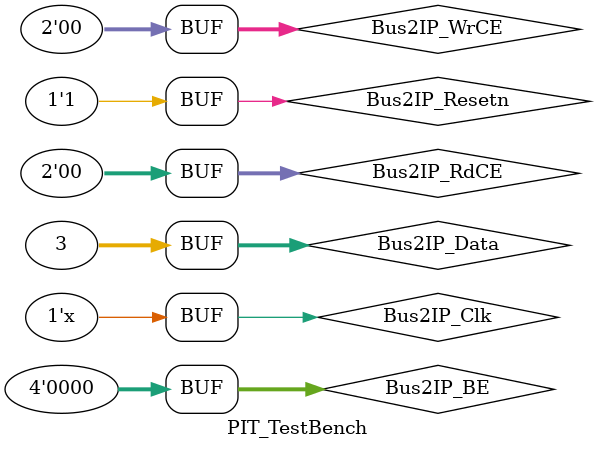
<source format=v>
`timescale 1ns / 1ps


module PIT_TestBench;

	// Inputs
	reg Bus2IP_Clk;
	reg Bus2IP_Resetn;
	reg [31:0] Bus2IP_Data;
	reg [3:0] Bus2IP_BE;
	reg [1:0] Bus2IP_RdCE;
	reg [1:0] Bus2IP_WrCE;

	// Outputs
	wire IP_Interupt;
	wire [31:0] IP2Bus_Data;
	wire IP2Bus_RdAck;
	wire IP2Bus_WrAck;
	wire IP2Bus_Error;
	
	// Instantiate the Unit Under Test (UUT)
	PIT_TopLevel uut (
		.IP_Interupt(IP_Interupt), 
		.Bus2IP_Clk(Bus2IP_Clk), 
		.Bus2IP_Resetn(Bus2IP_Resetn), 
		.Bus2IP_Data(Bus2IP_Data), 
		.Bus2IP_BE(Bus2IP_BE), 
		.Bus2IP_RdCE(Bus2IP_RdCE), 
		.Bus2IP_WrCE(Bus2IP_WrCE), 
		.IP2Bus_Data(IP2Bus_Data), 
		.IP2Bus_RdAck(IP2Bus_RdAck), 
		.IP2Bus_WrAck(IP2Bus_WrAck), 
		.IP2Bus_Error(IP2Bus_Error)
	);
	
	always
			#10 Bus2IP_Clk = ~Bus2IP_Clk;

	initial begin
		// Initialize Inputs
		Bus2IP_Clk = 0;
		Bus2IP_Resetn = 0;
		Bus2IP_Data = 0;
		Bus2IP_BE = 0;
		Bus2IP_RdCE = 0;
		Bus2IP_WrCE = 0;

		// Reset
		#20;
		Bus2IP_Resetn = 1;
		
// Test decrement functionality
		// Write to register 1		
		Bus2IP_RdCE = 2'b01;
		Bus2IP_Data = 2;
		#20;
		Bus2IP_WrCE = 2'b01;
		#20;
		Bus2IP_WrCE = 2'b00;
		Bus2IP_RdCE = 2'b00;
		
		// Write to register 0
		Bus2IP_RdCE = 2'b10;
		Bus2IP_Data = 32'b001; //Decrement
		#20;
		Bus2IP_WrCE = 2'b10;
		#20;
		Bus2IP_WrCE = 2'b00;
		Bus2IP_RdCE = 2'b00;
		#20;
		
		// Wait for counter to expire
		#1000;
		
// Test reload functionality
		// Write to register 0
		Bus2IP_RdCE = 2'b10;
		Bus2IP_Data = 32'b101; // Reload
		#20;
		Bus2IP_WrCE = 2'b10;
		#20;
		Bus2IP_WrCE = 2'b00;
		Bus2IP_RdCE = 2'b00;
		#20;
		
		// Wait for counter to expire
		#2000;
		
// Test interupt functionality
		// Write to register 0
		Bus2IP_RdCE = 2'b10;
		Bus2IP_Data = 32'b111; // Enable interrupts
		#20;
		Bus2IP_WrCE = 2'b10;
		#20;
		Bus2IP_WrCE = 2'b00;
		Bus2IP_RdCE = 2'b00;
		#20;
		
		// Wait for counter to expire
		#2000;
		
// Test interupt functionality without reload enable
		// Write to register 0
		Bus2IP_RdCE = 2'b10;
		Bus2IP_Data = 32'b011; // Enable interrupts
		#20;
		Bus2IP_WrCE = 2'b10;
		#20;
		Bus2IP_WrCE = 2'b00;
		Bus2IP_RdCE = 2'b00;
		#20;
		
		// Wait for counter to expire
		#2000;
	
	end
endmodule


</source>
